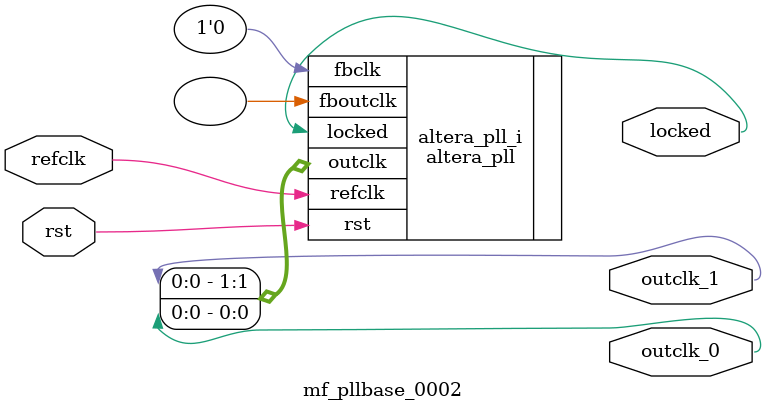
<source format=v>
`timescale 1ns/10ps
module  mf_pllbase_0002(

	// interface 'refclk'
	input wire refclk,

	// interface 'reset'
	input wire rst,

	// interface 'outclk0'
	output wire outclk_0,

	// interface 'outclk1'
	output wire outclk_1,

	// interface 'locked'
	output wire locked
);

	altera_pll #(
		.fractional_vco_multiplier("true"),
		.reference_clock_frequency("74.25 MHz"),
		.operation_mode("normal"),
		.number_of_clocks(2),
		.output_clock_frequency0("112.000000 MHz"),
		.phase_shift0("0 ps"),
		.duty_cycle0(50),
		.output_clock_frequency1("56.000000 MHz"),
		.phase_shift1("0 ps"),
		.duty_cycle1(50),
		.output_clock_frequency2("0 MHz"),
		.phase_shift2("0 ps"),
		.duty_cycle2(50),
		.output_clock_frequency3("0 MHz"),
		.phase_shift3("0 ps"),
		.duty_cycle3(50),
		.output_clock_frequency4("0 MHz"),
		.phase_shift4("0 ps"),
		.duty_cycle4(50),
		.output_clock_frequency5("0 MHz"),
		.phase_shift5("0 ps"),
		.duty_cycle5(50),
		.output_clock_frequency6("0 MHz"),
		.phase_shift6("0 ps"),
		.duty_cycle6(50),
		.output_clock_frequency7("0 MHz"),
		.phase_shift7("0 ps"),
		.duty_cycle7(50),
		.output_clock_frequency8("0 MHz"),
		.phase_shift8("0 ps"),
		.duty_cycle8(50),
		.output_clock_frequency9("0 MHz"),
		.phase_shift9("0 ps"),
		.duty_cycle9(50),
		.output_clock_frequency10("0 MHz"),
		.phase_shift10("0 ps"),
		.duty_cycle10(50),
		.output_clock_frequency11("0 MHz"),
		.phase_shift11("0 ps"),
		.duty_cycle11(50),
		.output_clock_frequency12("0 MHz"),
		.phase_shift12("0 ps"),
		.duty_cycle12(50),
		.output_clock_frequency13("0 MHz"),
		.phase_shift13("0 ps"),
		.duty_cycle13(50),
		.output_clock_frequency14("0 MHz"),
		.phase_shift14("0 ps"),
		.duty_cycle14(50),
		.output_clock_frequency15("0 MHz"),
		.phase_shift15("0 ps"),
		.duty_cycle15(50),
		.output_clock_frequency16("0 MHz"),
		.phase_shift16("0 ps"),
		.duty_cycle16(50),
		.output_clock_frequency17("0 MHz"),
		.phase_shift17("0 ps"),
		.duty_cycle17(50),
		.pll_type("General"),
		.pll_subtype("General")
	) altera_pll_i (
		.rst	(rst),
		.outclk	({outclk_1, outclk_0}),
		.locked	(locked),
		.fboutclk	( ),
		.fbclk	(1'b0),
		.refclk	(refclk)
	);
endmodule


</source>
